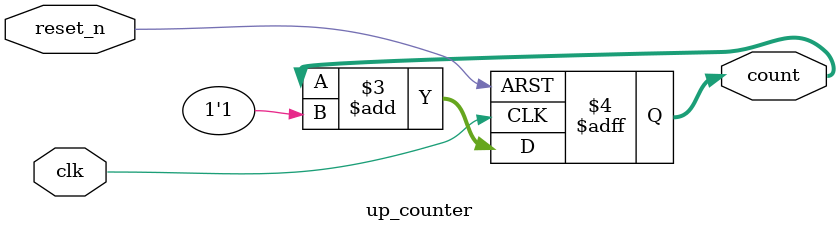
<source format=v>
module up_counter (
    input  wire       clk,
    input  wire       reset_n,
    output reg  [3:0] count
);

    always @(posedge clk or negedge reset_n) begin
        if (!reset_n)
            count <= 4'b0000;   
        else
            count <= count + 1'b1; 
    end

endmodule

</source>
